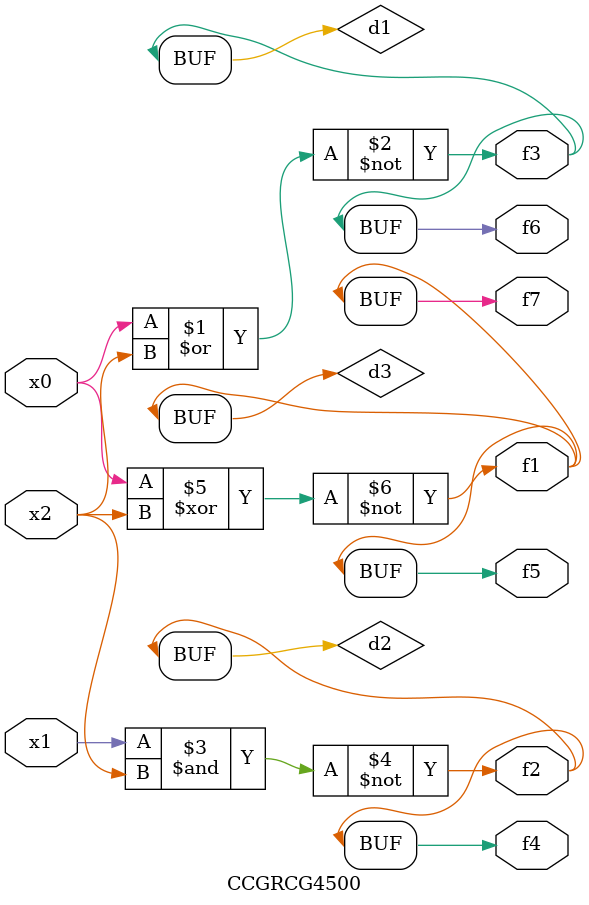
<source format=v>
module CCGRCG4500(
	input x0, x1, x2,
	output f1, f2, f3, f4, f5, f6, f7
);

	wire d1, d2, d3;

	nor (d1, x0, x2);
	nand (d2, x1, x2);
	xnor (d3, x0, x2);
	assign f1 = d3;
	assign f2 = d2;
	assign f3 = d1;
	assign f4 = d2;
	assign f5 = d3;
	assign f6 = d1;
	assign f7 = d3;
endmodule

</source>
